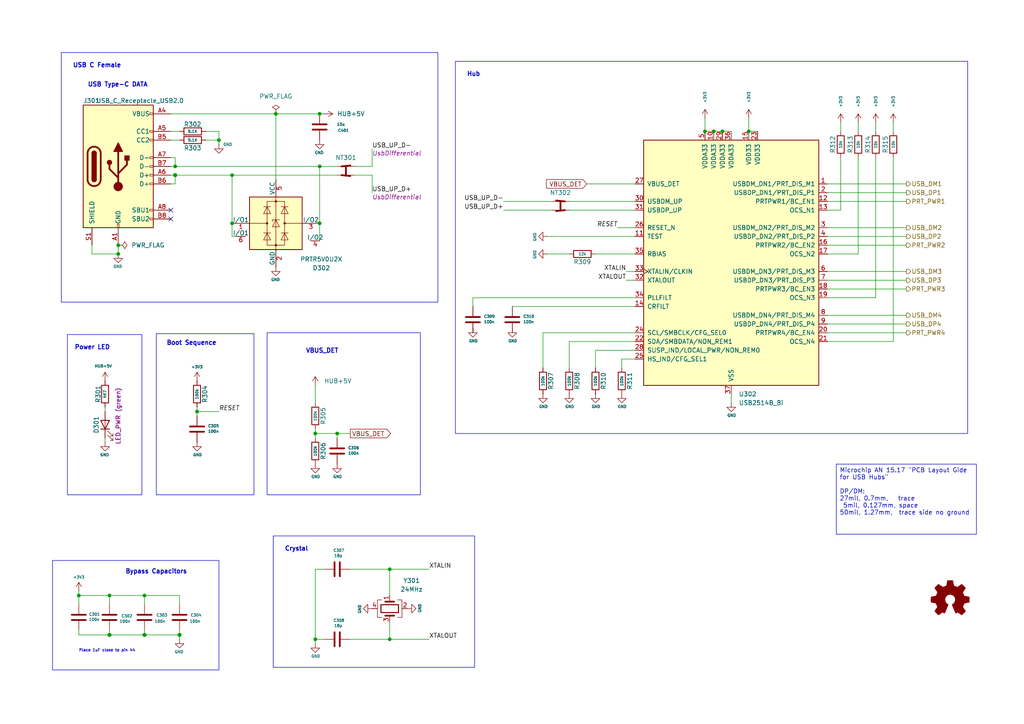
<source format=kicad_sch>
(kicad_sch (version 20250114) (generator "eeschema") (generator_version "9.0")
  (paper "A4")
  (title_block (title "Octoprobe tentacle") (date "2025-11-24") (rev "0.6") (company "Hans Märki, Märki Informatik") (comment 1 "The MIT License (MIT)"))
  (lib_symbols
    (symbol "00_project_library:C" (pin_numbers (hide yes)) (pin_names (offset 0.254))
      (property "Reference" "C" (at 0.635 2.54 0))
      (property "Value" "C" (at 0.635 -2.54 0))
      (symbol "C_1_1"
        (pin passive line (at 0 3.81 270) (length 2.794) (name "~") (number "1"))
        (pin passive line (at 0 -3.81 90) (length 2.794) (name "~") (number "2"))
      )
    )
    (symbol "00_project_library:HUB+5V" (power) (pin_numbers (hide yes)) (pin_names (offset 0) (hide yes))
      (property "Value" "HUB+5V" (at 0 3.556 0))
      (symbol "HUB+5V_1_1"
        (pin power_in line (at 0 0 90) (length 0) (name "~") (number "1"))
      )
    )
    (symbol "00_project_library:LED GREEN" (pin_numbers (hide yes)) (pin_names (offset 1.016) (hide yes))
      (property "Reference" "D" (at 0 2.54 0))
      (property "Value" "LED GREEN" (at 0 -2.54 0))
      (symbol "LED GREEN_1_1"
        (pin passive line (at -3.81 0 0) (length 2.54) (name "K") (number "1"))
        (pin passive line (at 3.81 0 180) (length 2.54) (name "A") (number "2"))
      )
    )
    (symbol "00_project_library:PRTR5V0U2X" (pin_names (offset 0))
      (property "Reference" "D" (at 2.794 8.636 0))
      (property "Value" "PRTR5V0U2X" (at 8.128 -9.398 0))
      (property "JLC" "C2937001" (at 0 0 0))
      (symbol "PRTR5V0U2X_1_0"
        (pin passive line (at -11.43 -3.81 0) (length 2.54) (name "I/O1") (number "6"))
        (pin passive line (at 12.7 -5.08 180) (length 2.54) (name "I/O2") (number "4"))
      )
      (symbol "PRTR5V0U2X_1_1"
        (pin passive line (at -12.7 0 0) (length 5.08) (name "I/O1") (number "1"))
        (pin passive line (at 0 12.7 270) (length 5.08) (name "VCC") (number "5"))
        (pin passive line (at 0 -12.7 90) (length 5.08) (name "GND") (number "2"))
        (pin passive line (at 12.7 0 180) (length 5.08) (name "I/O2") (number "3"))
      )
    )
    (symbol "00_project_library:USB_C_Receptacle_USB2.0" (pin_names (offset 1.016))
      (property "Reference" "J" (at -10.16 19.05 0))
      (property "Value" "USB_C_Receptacle_USB2.0" (at 19.05 19.05 0))
      (symbol "USB_C_Receptacle_USB2.0_1_1"
        (pin passive line (at -7.62 -22.86 90) (length 5.08) (name "SHIELD") (number "S1"))
        (pin passive line (at 0 -22.86 90) (length 5.08) (name "GND") (number "A1"))
        (pin passive line (at 0 -22.86 90) (length 5.08) (hide yes) (name "GND") (number "A12"))
        (pin passive line (at 0 -22.86 90) (length 5.08) (hide yes) (name "GND") (number "B1"))
        (pin passive line (at 0 -22.86 90) (length 5.08) (hide yes) (name "GND") (number "B12"))
        (pin passive line (at 15.24 15.24 180) (length 5.08) (name "VBUS") (number "A4"))
        (pin passive line (at 15.24 15.24 180) (length 5.08) (hide yes) (name "VBUS") (number "A9"))
        (pin passive line (at 15.24 15.24 180) (length 5.08) (hide yes) (name "VBUS") (number "B4"))
        (pin passive line (at 15.24 15.24 180) (length 5.08) (hide yes) (name "VBUS") (number "B9"))
        (pin bidirectional line (at 15.24 10.16 180) (length 5.08) (name "CC1") (number "A5"))
        (pin bidirectional line (at 15.24 7.62 180) (length 5.08) (name "CC2") (number "B5"))
        (pin bidirectional line (at 15.24 2.54 180) (length 5.08) (name "D-") (number "A7"))
        (pin bidirectional line (at 15.24 0 180) (length 5.08) (name "D-") (number "B7"))
        (pin bidirectional line (at 15.24 -2.54 180) (length 5.08) (name "D+") (number "A6"))
        (pin bidirectional line (at 15.24 -5.08 180) (length 5.08) (name "D+") (number "B6"))
        (pin bidirectional line (at 15.24 -12.7 180) (length 5.08) (name "SBU1") (number "A8"))
        (pin bidirectional line (at 15.24 -15.24 180) (length 5.08) (name "SBU2") (number "B8"))
      )
    )
    (symbol "00_project_library:octoprobe_NetTie_USB_Differential" (pin_numbers (hide yes)) (pin_names (offset 0) (hide yes)) (in_bom no)
      (property "Reference" "NT" (at 0 1.27 0))
      (symbol "octoprobe_NetTie_USB_Differential_1_1"
        (pin passive line (at -2.54 0 0) (length 2.54) (name "1") (number "1"))
        (pin passive line (at -2.54 -2.54 0) (length 2.54) (name "3") (number "3"))
        (pin passive line (at 2.54 0 180) (length 2.54) (name "2") (number "2"))
        (pin passive line (at 2.54 -2.54 180) (length 2.54) (name "4") (number "4"))
      )
    )
    (symbol "Device:Crystal_GND24" (pin_names (offset 1.016) (hide yes))
      (property "Reference" "Y" (at 3.175 5.08 0))
      (property "Value" "Crystal_GND24" (at 3.175 3.175 0))
      (symbol "Crystal_GND24_1_1"
        (pin passive line (at -3.81 0 0) (length 1.27) (name "1") (number "1"))
        (pin passive line (at 0 5.08 270) (length 1.27) (name "2") (number "2"))
        (pin passive line (at 0 -5.08 90) (length 1.27) (name "4") (number "4"))
        (pin passive line (at 3.81 0 180) (length 1.27) (name "3") (number "3"))
      )
    )
    (symbol "Device:R" (pin_numbers (hide yes)) (pin_names (offset 0))
      (property "Reference" "R" (at 2.032 0 90))
      (property "Value" "R" (at 0 0 90))
      (symbol "R_1_1"
        (pin passive line (at 0 3.81 270) (length 1.27) (name "~") (number "1"))
        (pin passive line (at 0 -3.81 90) (length 1.27) (name "~") (number "2"))
      )
    )
    (symbol "Graphic:Logo_Open_Hardware_Small" (in_bom no) (on_board no))
    (symbol "Interface_USB:USB2514B_Bi" (pin_names (offset 1.016))
      (property "Reference" "U" (at -17.78 40.64 0))
      (property "Value" "USB2514B_Bi" (at -20.32 38.1 0))
      (symbol "USB2514B_Bi_1_1"
        (pin input line (at -27.94 22.86 0) (length 2.54) (name "VBUS_DET") (number "27"))
        (pin bidirectional line (at -27.94 17.78 0) (length 2.54) (name "USBDM_UP") (number "30"))
        (pin bidirectional line (at -27.94 15.24 0) (length 2.54) (name "USBDP_UP") (number "31"))
        (pin input line (at -27.94 10.16 0) (length 2.54) (name "RESET_N") (number "26"))
        (pin input line (at -27.94 7.62 0) (length 2.54) (name "TEST") (number "11"))
        (pin input line (at -27.94 2.54 0) (length 2.54) (name "RBIAS") (number "35"))
        (pin input clock (at -27.94 -2.54 0) (length 2.54) (name "XTALIN/CLKIN") (number "33"))
        (pin output line (at -27.94 -5.08 0) (length 2.54) (name "XTALOUT") (number "32"))
        (pin input line (at -27.94 -10.16 0) (length 2.54) (name "PLLFILT") (number "34"))
        (pin input line (at -27.94 -12.7 0) (length 2.54) (name "CRFILT") (number "14"))
        (pin bidirectional line (at -27.94 -20.32 0) (length 2.54) (name "SCL/SMBCLK/CFG_SEL0") (number "24"))
        (pin bidirectional line (at -27.94 -22.86 0) (length 2.54) (name "SDA/SMBDATA/NON_REM1") (number "22"))
        (pin bidirectional line (at -27.94 -25.4 0) (length 2.54) (name "SUSP_IND/LOCAL_PWR/NON_REM0") (number "28"))
        (pin bidirectional line (at -27.94 -27.94 0) (length 2.54) (name "HS_IND/CFG_SEL1") (number "25"))
        (pin power_in line (at -7.62 38.1 270) (length 2.54) (name "VDDA33") (number "5"))
        (pin power_in line (at -5.08 38.1 270) (length 2.54) (name "VDDA33") (number "10"))
        (pin power_in line (at -2.54 38.1 270) (length 2.54) (name "VDDA33") (number "29"))
        (pin power_in line (at 0 38.1 270) (length 2.54) (name "VDDA33") (number "36"))
        (pin power_in line (at 0 -38.1 90) (length 2.54) (name "VSS") (number "37"))
        (pin power_in line (at 5.08 38.1 270) (length 2.54) (name "VDD33") (number "15"))
        (pin power_in line (at 7.62 38.1 270) (length 2.54) (name "VDD33") (number "23"))
        (pin bidirectional line (at 27.94 22.86 180) (length 2.54) (name "USBDM_DN1/PRT_DIS_M1") (number "1"))
        (pin bidirectional line (at 27.94 20.32 180) (length 2.54) (name "USBDP_DN1/PRT_DIS_P1") (number "2"))
        (pin bidirectional line (at 27.94 17.78 180) (length 2.54) (name "PRTPWR1/BC_EN1") (number "12"))
        (pin input line (at 27.94 15.24 180) (length 2.54) (name "OCS_N1") (number "13"))
        (pin bidirectional line (at 27.94 10.16 180) (length 2.54) (name "USBDM_DN2/PRT_DIS_M2") (number "3"))
        (pin bidirectional line (at 27.94 7.62 180) (length 2.54) (name "USBDP_DN2/PRT_DIS_P2") (number "4"))
        (pin bidirectional line (at 27.94 5.08 180) (length 2.54) (name "PRTPWR2/BC_EN2") (number "16"))
        (pin input line (at 27.94 2.54 180) (length 2.54) (name "OCS_N2") (number "17"))
        (pin bidirectional line (at 27.94 -2.54 180) (length 2.54) (name "USBDM_DN3/PRT_DIS_M3") (number "6"))
        (pin bidirectional line (at 27.94 -5.08 180) (length 2.54) (name "USBDP_DN3/PRT_DIS_P3") (number "7"))
        (pin bidirectional line (at 27.94 -7.62 180) (length 2.54) (name "PRTPWR3/BC_EN3") (number "18"))
        (pin input line (at 27.94 -10.16 180) (length 2.54) (name "OCS_N3") (number "19"))
        (pin bidirectional line (at 27.94 -15.24 180) (length 2.54) (name "USBDM_DN4/PRT_DIS_M4") (number "8"))
        (pin bidirectional line (at 27.94 -17.78 180) (length 2.54) (name "USBDP_DN4/PRT_DIS_P4") (number "9"))
        (pin bidirectional line (at 27.94 -20.32 180) (length 2.54) (name "PRTPWR4/BC_EN4") (number "20"))
        (pin input line (at 27.94 -22.86 180) (length 2.54) (name "OCS_N4") (number "21"))
      )
    )
    (symbol "power:+3V3" (power) (pin_numbers (hide yes)) (pin_names (offset 0) (hide yes))
      (property "Value" "+3V3" (at 0 3.556 0))
      (symbol "+3V3_1_1"
        (pin power_in line (at 0 0 90) (length 0) (name "~") (number "1"))
      )
    )
    (symbol "power:GND" (power) (pin_numbers (hide yes)) (pin_names (offset 0) (hide yes))
      (property "Value" "GND" (at 0 -3.81 0))
      (symbol "GND_1_1"
        (pin power_in line (at 0 0 270) (length 0) (name "~") (number "1"))
      )
    )
    (symbol "power:PWR_FLAG" (power) (pin_numbers (hide yes)) (pin_names (offset 0) (hide yes))
      (property "Value" "PWR_FLAG" (at 0 3.81 0))
      (symbol "PWR_FLAG_0_0"
        (pin power_out line (at 0 0 90) (length 0) (name "~") (number "1"))
      )
    )
  )
  (rectangle (start 17.78 15.24) (end 127 87.63))
  (rectangle (start 15.24 162.56) (end 63.5 194.31))
  (rectangle (start 79.248 155.448) (end 137.668 193.548))
  (rectangle (start 45.339 96.774) (end 73.66 143.51))
  (rectangle (start 19.558 97.028) (end 41.148 143.51))
  (rectangle (start 77.47 96.52) (end 121.92 143.51))
  (rectangle (start 132.08 17.78) (end 280.67 125.73))
  (text "Crystal" (at 82.55 160.02 0) (effects (font (size 1.27 1.27) (thickness 0.254) (bold yes)) (justify left bottom)))
  (text "USB Type-C DATA" (at 25.4 25.4 0) (effects (font (size 1.27 1.27) (thickness 0.254) (bold yes)) (justify left bottom)))
  (text "Place 1uF close to pin 44" (at 22.86 189.23 0) (effects (font (size 0.8 0.8)) (justify left bottom)))
  (text "Power LED" (at 21.59 101.6 0) (effects (font (size 1.27 1.27) (thickness 0.254) (bold yes)) (justify left bottom)))
  (text "Hub" (at 135.382 22.352 0) (effects (font (size 1.27 1.27) (thickness 0.254) (bold yes)) (justify left bottom)))
  (text "Bypass Capacitors" (at 36.322 166.624 0) (effects (font (size 1.27 1.27) (thickness 0.254) (bold yes)) (justify left bottom)))
  (text "USB C Female" (at 21.082 19.812 0) (effects (font (size 1.27 1.27) (thickness 0.254) (bold yes)) (justify left bottom)))
  (text "VBUS_DET" (at 88.646 102.616 0) (effects (font (size 1.27 1.27) (thickness 0.254) (bold yes)) (justify left bottom)))
  (text "Boot Sequence" (at 48.26 100.33 0) (effects (font (size 1.27 1.27) (thickness 0.254) (bold yes)) (justify left bottom)))
  (text_box "Microchip AN 15.17 \"PCB Layout Gide for USB Hubs\"\n\nDP/DM:\n27mil, 0.7mm,   trace\n 5mil, 0.127mm, space\n50mil, 1.27mm,  trace side no ground" (at 242.57 134.62 0) (size 40.64 20.32) (margins 0.9525 0.9525 0.9525 0.9525) (effects (font (size 1.27 1.27)) (justify left top)))
  (junction (at 92.71 33.02))
  (junction (at 91.44 185.42))
  (junction (at 80.01 33.02))
  (junction (at 50.8 50.8) (diameter 1.016))
  (junction (at 31.75 172.72))
  (junction (at 50.8 48.26))
  (junction (at 63.5 40.64))
  (junction (at 97.79 125.73))
  (junction (at 52.07 184.15) (diameter 1.016))
  (junction (at 57.15 119.38))
  (junction (at 34.29 73.66))
  (junction (at 92.71 48.26))
  (junction (at 92.71 64.77))
  (junction (at 113.03 185.42))
  (junction (at 67.31 50.8))
  (junction (at 207.01 38.1))
  (junction (at 41.91 172.72))
  (junction (at 34.29 71.12))
  (junction (at 204.47 38.1))
  (junction (at 91.44 125.73))
  (junction (at 67.31 64.77))
  (junction (at 113.03 165.1))
  (junction (at 217.17 38.1))
  (junction (at 209.55 38.1))
  (junction (at 22.86 172.72))
  (junction (at 41.91 184.15) (diameter 1.016))
  (junction (at 31.75 184.15) (diameter 1.016))
  (no_connect (at 49.53 63.5))
  (no_connect (at 49.53 60.96))
  (wire (pts (xy 240.03 96.52) (xy 262.89 96.52)))
  (wire (pts (xy 107.95 43.18) (xy 107.95 48.26)))
  (wire (pts (xy 30.48 127) (xy 30.48 128.27)))
  (wire (pts (xy 92.71 48.26) (xy 92.71 64.77)))
  (wire (pts (xy 49.53 50.8) (xy 50.8 50.8)))
  (wire (pts (xy 240.03 53.34) (xy 262.89 53.34)))
  (wire (pts (xy 22.86 172.72) (xy 31.75 172.72)))
  (wire (pts (xy 180.34 104.14) (xy 184.15 104.14)))
  (wire (pts (xy 212.09 116.84) (xy 212.09 114.3)))
  (wire (pts (xy 22.86 182.88) (xy 22.86 184.15)))
  (wire (pts (xy 50.8 50.8) (xy 67.31 50.8)))
  (wire (pts (xy 180.34 106.68) (xy 180.34 104.14)))
  (wire (pts (xy 91.44 185.42) (xy 93.98 185.42)))
  (wire (pts (xy 207.01 38.1) (xy 209.55 38.1)))
  (wire (pts (xy 165.1 58.42) (xy 184.15 58.42)))
  (wire (pts (xy 49.53 38.1) (xy 52.07 38.1)))
  (wire (pts (xy 240.03 78.74) (xy 262.89 78.74)))
  (wire (pts (xy 181.61 78.74) (xy 184.15 78.74)))
  (wire (pts (xy 165.1 99.06) (xy 184.15 99.06)))
  (wire (pts (xy 91.44 124.46) (xy 91.44 125.73)))
  (wire (pts (xy 240.03 99.06) (xy 259.08 99.06)))
  (wire (pts (xy 67.31 68.58) (xy 67.31 64.77)))
  (wire (pts (xy 91.44 125.73) (xy 91.44 127)))
  (wire (pts (xy 240.03 71.12) (xy 262.89 71.12)))
  (wire (pts (xy 31.75 182.88) (xy 31.75 184.15)))
  (wire (pts (xy 26.67 73.66) (xy 34.29 73.66)))
  (wire (pts (xy 49.53 45.72) (xy 50.8 45.72)))
  (wire (pts (xy 243.84 60.96) (xy 243.84 45.72)))
  (wire (pts (xy 92.71 64.77) (xy 92.71 69.85)))
  (wire (pts (xy 91.44 111.76) (xy 91.44 116.84)))
  (wire (pts (xy 157.48 96.52) (xy 184.15 96.52)))
  (wire (pts (xy 52.07 172.72) (xy 52.07 175.26)))
  (wire (pts (xy 91.44 125.73) (xy 97.79 125.73)))
  (wire (pts (xy 49.53 33.02) (xy 80.01 33.02)))
  (wire (pts (xy 67.31 50.8) (xy 67.31 64.77)))
  (wire (pts (xy 59.69 40.64) (xy 63.5 40.64)))
  (wire (pts (xy 204.47 34.29) (xy 204.47 38.1)))
  (wire (pts (xy 240.03 60.96) (xy 243.84 60.96)))
  (wire (pts (xy 259.08 99.06) (xy 259.08 45.72)))
  (wire (pts (xy 26.67 71.12) (xy 26.67 73.66)))
  (wire (pts (xy 63.5 38.1) (xy 63.5 40.64)))
  (wire (pts (xy 57.15 119.38) (xy 57.15 120.65)))
  (wire (pts (xy 34.29 71.12) (xy 34.29 73.66)))
  (wire (pts (xy 148.59 88.9) (xy 184.15 88.9)))
  (wire (pts (xy 80.01 33.02) (xy 92.71 33.02)))
  (wire (pts (xy 30.48 118.11) (xy 30.48 119.38)))
  (wire (pts (xy 49.53 53.34) (xy 50.8 53.34)))
  (wire (pts (xy 217.17 34.29) (xy 217.17 38.1)))
  (wire (pts (xy 240.03 86.36) (xy 254 86.36)))
  (wire (pts (xy 113.03 185.42) (xy 124.46 185.42)))
  (wire (pts (xy 107.95 50.8) (xy 102.87 50.8)))
  (wire (pts (xy 22.86 184.15) (xy 31.75 184.15)))
  (wire (pts (xy 165.1 106.68) (xy 165.1 99.06)))
  (wire (pts (xy 172.72 101.6) (xy 172.72 106.68)))
  (wire (pts (xy 240.03 66.04) (xy 262.89 66.04)))
  (wire (pts (xy 240.03 68.58) (xy 262.89 68.58)))
  (wire (pts (xy 80.01 33.02) (xy 80.01 52.07)))
  (wire (pts (xy 157.48 96.52) (xy 157.48 106.68)))
  (wire (pts (xy 240.03 83.82) (xy 262.89 83.82)))
  (wire (pts (xy 97.79 125.73) (xy 97.79 127)))
  (wire (pts (xy 41.91 172.72) (xy 52.07 172.72)))
  (wire (pts (xy 113.03 165.1) (xy 113.03 172.72)))
  (wire (pts (xy 240.03 55.88) (xy 262.89 55.88)))
  (wire (pts (xy 146.05 58.42) (xy 160.02 58.42)))
  (wire (pts (xy 137.16 86.36) (xy 184.15 86.36)))
  (wire (pts (xy 107.95 55.88) (xy 107.95 50.8)))
  (wire (pts (xy 49.53 48.26) (xy 50.8 48.26)))
  (wire (pts (xy 217.17 38.1) (xy 219.71 38.1)))
  (wire (pts (xy 209.55 38.1) (xy 212.09 38.1)))
  (wire (pts (xy 31.75 172.72) (xy 31.75 175.26)))
  (wire (pts (xy 59.69 38.1) (xy 63.5 38.1)))
  (wire (pts (xy 22.86 172.72) (xy 22.86 175.26)))
  (wire (pts (xy 254 35.56) (xy 254 38.1)))
  (wire (pts (xy 172.72 73.66) (xy 184.15 73.66)))
  (wire (pts (xy 137.16 86.36) (xy 137.16 88.9)))
  (wire (pts (xy 204.47 38.1) (xy 207.01 38.1)))
  (wire (pts (xy 113.03 165.1) (xy 124.46 165.1)))
  (wire (pts (xy 101.6 165.1) (xy 113.03 165.1)))
  (wire (pts (xy 31.75 184.15) (xy 41.91 184.15)))
  (wire (pts (xy 49.53 40.64) (xy 52.07 40.64)))
  (wire (pts (xy 63.5 40.64) (xy 63.5 41.91)))
  (wire (pts (xy 22.86 171.45) (xy 22.86 172.72)))
  (wire (pts (xy 52.07 184.15) (xy 52.07 185.42)))
  (wire (pts (xy 158.75 68.58) (xy 184.15 68.58)))
  (wire (pts (xy 57.15 118.11) (xy 57.15 119.38)))
  (wire (pts (xy 92.71 48.26) (xy 97.79 48.26)))
  (wire (pts (xy 113.03 180.34) (xy 113.03 185.42)))
  (wire (pts (xy 41.91 184.15) (xy 52.07 184.15)))
  (wire (pts (xy 91.44 165.1) (xy 93.98 165.1)))
  (wire (pts (xy 259.08 35.56) (xy 259.08 38.1)))
  (wire (pts (xy 179.07 66.04) (xy 184.15 66.04)))
  (wire (pts (xy 254 86.36) (xy 254 45.72)))
  (wire (pts (xy 67.31 50.8) (xy 97.79 50.8)))
  (wire (pts (xy 67.31 68.58) (xy 68.58 68.58)))
  (wire (pts (xy 137.16 95.25) (xy 137.16 96.52)))
  (wire (pts (xy 148.59 95.25) (xy 148.59 96.52)))
  (wire (pts (xy 91.44 186.69) (xy 91.44 185.42)))
  (wire (pts (xy 57.15 119.38) (xy 63.5 119.38)))
  (wire (pts (xy 52.07 182.88) (xy 52.07 184.15)))
  (wire (pts (xy 262.89 58.42) (xy 240.03 58.42)))
  (wire (pts (xy 243.84 35.56) (xy 243.84 38.1)))
  (wire (pts (xy 50.8 53.34) (xy 50.8 50.8)))
  (wire (pts (xy 248.92 73.66) (xy 248.92 45.72)))
  (wire (pts (xy 181.61 81.28) (xy 184.15 81.28)))
  (wire (pts (xy 240.03 73.66) (xy 248.92 73.66)))
  (wire (pts (xy 248.92 35.56) (xy 248.92 38.1)))
  (wire (pts (xy 107.95 48.26) (xy 102.87 48.26)))
  (wire (pts (xy 146.05 60.96) (xy 160.02 60.96)))
  (wire (pts (xy 41.91 182.88) (xy 41.91 184.15)))
  (wire (pts (xy 170.18 53.34) (xy 184.15 53.34)))
  (wire (pts (xy 240.03 91.44) (xy 262.89 91.44)))
  (wire (pts (xy 31.75 172.72) (xy 41.91 172.72)))
  (wire (pts (xy 41.91 172.72) (xy 41.91 175.26)))
  (wire (pts (xy 91.44 165.1) (xy 91.44 185.42)))
  (wire (pts (xy 240.03 81.28) (xy 262.89 81.28)))
  (wire (pts (xy 165.1 60.96) (xy 184.15 60.96)))
  (wire (pts (xy 50.8 48.26) (xy 92.71 48.26)))
  (wire (pts (xy 158.75 73.66) (xy 165.1 73.66)))
  (wire (pts (xy 50.8 45.72) (xy 50.8 48.26)))
  (wire (pts (xy 101.6 185.42) (xy 113.03 185.42)))
  (wire (pts (xy 240.03 93.98) (xy 262.89 93.98)))
  (wire (pts (xy 92.71 33.02) (xy 93.98 33.02)))
  (wire (pts (xy 172.72 101.6) (xy 184.15 101.6)))
  (wire (pts (xy 101.6 125.73) (xy 97.79 125.73)))
  (label "USB_UP_D+" (at 146.05 60.96 180))
  (label "USB_UP_D+" (at 107.95 55.88 0) (property "Netclass" "UsbDifferential" (at 107.95 57.15 0) (effects (font (italic yes)) (justify left))))
  (label "XTALOUT" (at 181.61 81.28 180))
  (label "RESET" (at 179.07 66.04 180) (effects (font (italic yes))))
  (label "XTALIN" (at 181.61 78.74 180))
  (label "USB_UP_D-" (at 107.95 43.18 0) (property "Netclass" "UsbDifferential" (at 107.95 44.45 0) (effects (font (italic yes)) (justify left))))
  (label "XTALOUT" (at 124.46 185.42 0))
  (label "RESET" (at 63.5 119.38 0) (effects (font (italic yes))))
  (label "XTALIN" (at 124.46 165.1 0))
  (label "USB_UP_D-" (at 146.05 58.42 180))
  (global_label "VBUS_DET" (shape output) (at 101.6 125.73 0) (property "Intersheetrefs" "${INTERSHEET_REFS}" (effects (hide yes))))
  (global_label "VBUS_DET" (shape input) (at 170.18 53.34 180) (property "Intersheetrefs" "${INTERSHEET_REFS}" (effects (hide yes))))
  (hierarchical_label "USB_DM1" (shape output) (at 262.89 53.34 0))
  (hierarchical_label "USB_DP3" (shape output) (at 262.89 81.28 0))
  (hierarchical_label "PRT_PWR2" (shape output) (at 262.89 71.12 0))
  (hierarchical_label "USB_DP1" (shape output) (at 262.89 55.88 0))
  (hierarchical_label "USB_DM2" (shape output) (at 262.89 66.04 0))
  (hierarchical_label "PRT_PWR1" (shape output) (at 262.89 58.42 0))
  (hierarchical_label "USB_DP2" (shape output) (at 262.89 68.58 0))
  (hierarchical_label "USB_DM3" (shape output) (at 262.89 78.74 0))
  (hierarchical_label "USB_DP4" (shape output) (at 262.89 93.98 0))
  (hierarchical_label "PRT_PWR4" (shape output) (at 262.89 96.52 0))
  (hierarchical_label "PRT_PWR3" (shape output) (at 262.89 83.82 0))
  (hierarchical_label "USB_DM4" (shape output) (at 262.89 91.44 0))
  (symbol (lib_id "power:GND") (at 180.34 114.3 0) (unit 1)
    (property "Reference" "#PWR0324" (effects (hide yes)))
    (property "Value" "GND" (at 180.467 117.9322 0) (effects (font (size 0.8 0.8))))
    (property "Description" "Power symbol creates a global label with name \"GND\" , ground" (effects (hide yes)))
  )
  (symbol (lib_id "Device:R") (at 254 41.91 0) (unit 1)
    (property "Reference" "R314" (at 251.714 41.91 90))
    (property "Value" "10k" (at 254 41.91 90) (effects (font (size 0.8 0.8))))
    (property "Footprint" "Resistor_SMD:R_0402_1005Metric" (effects (hide yes)))
    (instances (project "pcb_octohub" (path "" (reference "R314") (unit 1))) (project "pcb_octohub" (path "" (reference "R1109") (unit 1))))
  )
  (symbol (lib_id "power:+3V3") (at 22.86 171.45 0) (unit 1)
    (property "Reference" "#PWR0301" (effects (hide yes)))
    (property "Value" "+3V3" (at 22.86 167.386 0) (effects (font (size 0.8 0.8))))
    (property "Description" "Power symbol creates a global label with name \"+3V3\"" (effects (hide yes)))
  )
  (symbol (lib_id "power:GND") (at 118.11 176.53 90) (unit 1)
    (property "Reference" "#PWR0316" (effects (hide yes)))
    (property "Value" "GND" (at 121.7422 176.403 0) (effects (font (size 0.8 0.8))))
    (property "Description" "Power symbol creates a global label with name \"GND\" , ground" (effects (hide yes)))
    (instances (project "pcb_octohub" (path "" (reference "#PWR0316") (unit 1))) (project "pcb_octohub" (path "" (reference "#PWR01106") (unit 1))))
  )
  (symbol (lib_id "00_project_library:HUB+5V") (at 93.98 33.02 270) (unit 1)
    (property "Reference" "#PWR0313" (effects (hide yes)))
    (property "Value" "HUB+5V" (at 97.79 33.0199 90) (effects (justify left)))
    (property "Description" "Power symbol creates a global label with name \"+5V\"" (effects (hide yes)))
  )
  (symbol (lib_id "power:GND") (at 52.07 185.42 0) (unit 1)
    (property "Reference" "#PWR0305" (effects (hide yes)))
    (property "Value" "GND" (at 51.943 189.0522 0) (effects (font (size 0.8 0.8))))
    (property "Description" "Power symbol creates a global label with name \"GND\" , ground" (effects (hide yes)))
    (instances (project "pcb_octohub" (path "" (reference "#PWR0305") (unit 1))) (project "pcb_octohub" (path "" (reference "#PWR01104") (unit 1))))
  )
  (symbol (lib_id "power:GND") (at 63.5 41.91 0) (unit 1)
    (property "Reference" "#PWR0308" (effects (hide yes)))
    (property "Value" "GND" (at 66.04 41.91 0) (effects (font (size 0.8 0.8))))
    (property "Description" "Power symbol creates a global label with name \"GND\" , ground" (effects (hide yes)))
  )
  (symbol (lib_id "00_project_library:C") (at 22.86 179.07 0) (unit 1)
    (property "Reference" "C301" (at 25.781 178.1556 0) (effects (font (size 0.8 0.8)) (justify left)))
    (property "Value" "100n" (at 25.781 179.705 0) (effects (font (size 0.8 0.8)) (justify left)))
    (property "Footprint" "Capacitor_SMD:C_0402_1005Metric" (effects (hide yes)))
    (property "JLC" "C1525" (effects (hide yes)))
    (instances (project "pcb_octohub" (path "" (reference "C301") (unit 1))) (project "pcb_octohub" (path "" (reference "C1101") (unit 1))))
  )
  (symbol (lib_id "power:+3V3") (at 57.15 110.49 0) (unit 1)
    (property "Reference" "#PWR0306" (effects (hide yes)))
    (property "Value" "+3V3" (at 57.15 106.426 0) (effects (font (size 0.8 0.8))))
    (property "Description" "Power symbol creates a global label with name \"+3V3\"" (effects (hide yes)))
    (instances (project "pcb_octohub" (path "" (reference "#PWR0306") (unit 1))) (project "pcb_octohub" (path "" (reference "#PWR01102") (unit 1))))
  )
  (symbol (lib_id "Device:Crystal_GND24") (at 113.03 176.53 270) (unit 1)
    (property "Reference" "Y301" (at 119.38 168.402 90))
    (property "Value" "24MHz" (at 119.38 170.942 90))
    (property "Footprint" "Crystal:Crystal_SMD_3225-4Pin_3.2x2.5mm" (effects (hide yes)))
    (property "Datasheet" "https://wmsc.lcsc.com/wmsc/upload/file/pdf/v2/lcsc/2403291504_YXC-X322524MOB4SI_C70590.pdf" (effects (hide yes)))
    (property "Description" "Four pin crystal, GND on pins 2 and 4" (effects (hide yes)))
    (property "JLC" "C70590" (effects (hide yes)))
    (instances (project "pcb_octohub" (path "" (reference "Y301") (unit 1))) (project "pcb_octohub" (path "" (reference "Y1101") (unit 1))))
  )
  (symbol (lib_id "Interface_USB:USB2514B_Bi") (at 212.09 76.2 0) (unit 1)
    (property "Reference" "U302" (at 214.2841 114.3 0) (effects (justify left)))
    (property "Value" "USB2514B_Bi" (at 214.2841 116.84 0) (effects (justify left)))
    (property "Footprint" "Package_DFN_QFN:Texas_RHH0036C_VQFN-36-1EP_6x6mm_P0.5mm_EP4.4x4.4mm_ThermalVias" (effects (hide yes)))
    (property "Datasheet" "http://ww1.microchip.com/downloads/en/DeviceDoc/00001692C.pdf" (effects (hide yes)))
    (property "Description" "USB 2.0 Hi-Speed Hub Controller" (effects (hide yes)))
    (property "JLC" "C16251" (effects (hide yes)))
    (instances (project "pcb_octohub" (path "" (reference "U302") (unit 1))) (project "pcb_octohub" (path "" (reference "U1101") (unit 1))))
  )
  (symbol (lib_id "Device:R") (at 91.44 130.81 180) (unit 1)
    (property "Reference" "R306" (at 93.726 130.81 90))
    (property "Value" "100k" (at 91.44 130.81 90) (effects (font (size 0.8 0.8))))
    (property "Footprint" "Resistor_SMD:R_0402_1005Metric" (effects (hide yes)))
  )
  (symbol (lib_id "00_project_library:C") (at 41.91 179.07 0) (unit 1)
    (property "Reference" "C303" (at 45.339 178.4096 0) (effects (font (size 0.8 0.8)) (justify left)))
    (property "Value" "100n" (at 44.831 180.213 0) (effects (font (size 0.8 0.8)) (justify left)))
    (property "Footprint" "Capacitor_SMD:C_0402_1005Metric" (effects (hide yes)))
    (property "JLC" "C1525" (effects (hide yes)))
    (instances (project "pcb_octohub" (path "" (reference "C303") (unit 1))) (project "pcb_octohub" (path "" (reference "C1104") (unit 1))))
  )
  (symbol (lib_id "power:GND") (at 157.48 114.3 0) (unit 1)
    (property "Reference" "#PWR0319" (effects (hide yes)))
    (property "Value" "GND" (at 157.607 117.9322 0) (effects (font (size 0.8 0.8))))
    (property "Description" "Power symbol creates a global label with name \"GND\" , ground" (effects (hide yes)))
    (instances (project "pcb_octohub" (path "" (reference "#PWR0319") (unit 1))) (project "pcb_octohub" (path "" (reference "#PWR01111") (unit 1))))
  )
  (symbol (lib_id "power:GND") (at 57.15 128.27 0) (unit 1)
    (property "Reference" "#PWR0307" (effects (hide yes)))
    (property "Value" "GND" (at 57.277 131.9022 0) (effects (font (size 0.8 0.8))))
    (property "Description" "Power symbol creates a global label with name \"GND\" , ground" (effects (hide yes)))
    (instances (project "pcb_octohub" (path "" (reference "#PWR0307") (unit 1))) (project "pcb_octohub" (path "" (reference "#PWR01103") (unit 1))))
  )
  (symbol (lib_id "Device:R") (at 30.48 114.3 180) (unit 1)
    (property "Reference" "R301" (at 28.448 114.3 90))
    (property "Value" "4K7" (at 30.3784 114.3 90) (effects (font (size 0.8 0.8))))
    (property "Footprint" "Resistor_SMD:R_0805_2012Metric" (effects (hide yes)))
  )
  (symbol (lib_id "00_project_library:HUB+5V") (at 91.44 111.76 0) (unit 1)
    (property "Reference" "#PWR0310" (effects (hide yes)))
    (property "Value" "HUB+5V" (at 93.98 110.4899 0) (effects (justify left)))
    (property "Description" "Power symbol creates a global label with name \"+5V\"" (effects (hide yes)))
  )
  (symbol (lib_id "00_project_library:octoprobe_NetTie_USB_Differential") (at 100.33 48.26 0) (unit 1) (in_bom no)
    (property "Reference" "NT301" (at 100.33 45.72 0))
    (property "Value" "octoprobe_NetTie_USB_Differential" (effects (hide yes)))
    (property "Footprint" "00_project_library:octoprobe_NetTie_USB_Differential" (effects (hide yes)))
    (property "Description" "Net tie, 4 pins" (effects (hide yes)))
  )
  (symbol (lib_id "power:GND") (at 97.79 134.62 0) (unit 1)
    (property "Reference" "#PWR0314" (effects (hide yes)))
    (property "Value" "GND" (at 97.917 138.2522 0) (effects (font (size 0.8 0.8))))
    (property "Description" "Power symbol creates a global label with name \"GND\" , ground" (effects (hide yes)))
  )
  (symbol (lib_id "00_project_library:octoprobe_NetTie_USB_Differential") (at 162.56 60.96 180) (unit 1) (in_bom no)
    (property "Reference" "NT302" (at 162.56 55.88 0))
    (property "Value" "octoprobe_NetTie_USB_Differential" (effects (hide yes)))
    (property "Footprint" "00_project_library:octoprobe_NetTie_USB_Differential" (effects (hide yes)))
    (property "Description" "Net tie, 4 pins" (effects (hide yes)))
  )
  (symbol (lib_id "00_project_library:USB_C_Receptacle_USB2.0") (at 34.29 48.26 0) (unit 1)
    (property "Reference" "J301" (at 24.13 29.21 0) (effects (justify left)))
    (property "Value" "USB_C_Receptacle_USB2.0" (at 53.34 29.21 0) (effects (justify right)))
    (property "Footprint" "00_project_library:USB_C_Receptacle_Palconn_UTC16-G" (effects (hide yes)))
    (property "Datasheet" "https://www.usb.org/sites/default/files/documents/usb_type-c.zip" (effects (hide yes)))
    (property "Description" "USB 2.0-only Type-C Receptacle connector" (effects (hide yes)))
    (property "JLC" "C165948" (effects (hide yes)))
    (property "DigiKey" "https://www.digikey.com/en/products/detail/gct/USB4105-GF-A/11198441" (effects (hide yes)))
    (property "Digikey" "https://www.digikey.com/en/products/detail/gct/USB4105-GF-A/11198441" (effects (hide yes)))
  )
  (symbol (lib_id "power:GND") (at 92.71 40.64 0) (unit 1)
    (property "Reference" "#PWR0402" (effects (hide yes)))
    (property "Value" "GND" (at 92.583 44.2722 0) (effects (font (size 0.8 0.8))))
    (property "Description" "Power symbol creates a global label with name \"GND\" , ground" (effects (hide yes)))
  )
  (symbol (lib_id "power:+3V3") (at 243.84 35.56 0) (unit 1)
    (property "Reference" "#PWR0331" (effects (hide yes)))
    (property "Value" "+3V3" (at 243.84 29.464 90) (effects (font (size 0.8 0.8))))
    (property "Description" "Power symbol creates a global label with name \"+3V3\"" (effects (hide yes)))
    (instances (project "pcb_octohub" (path "" (reference "#PWR0331") (unit 1))) (project "pcb_octohub" (path "" (reference "#PWR01120") (unit 1))))
  )
  (symbol (lib_id "power:GND") (at 34.29 73.66 0) (unit 1)
    (property "Reference" "#PWR0304" (effects (hide yes)))
    (property "Value" "GND" (at 34.163 77.2922 0) (effects (font (size 0.8 0.8))))
    (property "Description" "Power symbol creates a global label with name \"GND\" , ground" (effects (hide yes)))
  )
  (symbol (lib_id "00_project_library:C") (at 57.15 124.46 0) (unit 1)
    (property "Reference" "C305" (at 60.325 123.5456 0) (effects (font (size 0.8 0.8)) (justify left)))
    (property "Value" "100n" (at 60.325 125.095 0) (effects (font (size 0.8 0.8)) (justify left)))
    (property "Footprint" "Capacitor_SMD:C_0402_1005Metric" (effects (hide yes)))
    (property "JLC" "C1525" (effects (hide yes)))
    (instances (project "pcb_octohub" (path "" (reference "C305") (unit 1))) (project "pcb_octohub" (path "" (reference "C1102") (unit 1))))
  )
  (symbol (lib_id "power:GND") (at 80.01 77.47 0) (unit 1)
    (property "Reference" "#PWR0309" (effects (hide yes)))
    (property "Value" "GND" (at 79.883 81.1022 0) (effects (font (size 0.8 0.8))))
    (property "Description" "Power symbol creates a global label with name \"GND\" , ground" (effects (hide yes)))
  )
  (symbol (lib_id "00_project_library:LED GREEN") (at 30.48 123.19 90) (unit 1)
    (property "Reference" "D301" (at 27.94 123.19 0))
    (property "Value" "green" (effects (hide yes)))
    (property "Footprint" "LED_SMD:LED_0805_2012Metric" (effects (hide yes)))
    (property "JLC" "C2297" (effects (hide yes)))
    (property "Label" "LED_PWR (green)" (at 34.29 120.65 0))
  )
  (symbol (lib_id "00_project_library:C") (at 97.79 130.81 0) (unit 1)
    (property "Reference" "C306" (at 100.965 129.8956 0) (effects (font (size 0.8 0.8)) (justify left)))
    (property "Value" "100n" (at 100.965 131.445 0) (effects (font (size 0.8 0.8)) (justify left)))
    (property "Footprint" "Capacitor_SMD:C_0402_1005Metric" (effects (hide yes)))
    (property "JLC" "C1525" (effects (hide yes)))
  )
  (symbol (lib_id "Device:R") (at 157.48 110.49 180) (unit 1)
    (property "Reference" "R307" (at 159.766 110.49 90))
    (property "Value" "100k" (at 157.48 110.49 90) (effects (font (size 0.8 0.8))))
    (property "Footprint" "Resistor_SMD:R_0402_1005Metric" (effects (hide yes)))
    (instances (project "pcb_octohub" (path "" (reference "R307") (unit 1))) (project "pcb_octohub" (path "" (reference "R1102") (unit 1))))
  )
  (symbol (lib_id "power:PWR_FLAG") (at 34.29 71.12 270) (unit 1)
    (property "Reference" "#FLG0301" (effects (hide yes)))
    (property "Value" "PWR_FLAG" (at 38.1 71.1199 90) (effects (justify left)))
    (property "Description" "Special symbol for telling ERC where power comes from" (effects (hide yes)))
  )
  (symbol (lib_id "power:GND") (at 158.75 68.58 270) (unit 1)
    (property "Reference" "#PWR0320" (effects (hide yes)))
    (property "Value" "GND" (at 155.1178 68.707 0) (effects (font (size 0.8 0.8))))
    (property "Description" "Power symbol creates a global label with name \"GND\" , ground" (effects (hide yes)))
    (instances (project "pcb_octohub" (path "" (reference "#PWR0320") (unit 1))) (project "pcb_octohub" (path "" (reference "#PWR01112") (unit 1))))
  )
  (symbol (lib_id "Device:R") (at 172.72 110.49 180) (unit 1)
    (property "Reference" "R310" (at 175.006 110.49 90))
    (property "Value" "100k" (at 172.72 110.49 90) (effects (font (size 0.8 0.8))))
    (property "Footprint" "Resistor_SMD:R_0402_1005Metric" (effects (hide yes)))
    (instances (project "pcb_octohub" (path "" (reference "R310") (unit 1))) (project "pcb_octohub" (path "" (reference "R1105") (unit 1))))
  )
  (symbol (lib_id "power:+3V3") (at 259.08 35.56 0) (unit 1)
    (property "Reference" "#PWR0334" (effects (hide yes)))
    (property "Value" "+3V3" (at 259.08 29.464 90) (effects (font (size 0.8 0.8))))
    (property "Description" "Power symbol creates a global label with name \"+3V3\"" (effects (hide yes)))
    (instances (project "pcb_octohub" (path "" (reference "#PWR0334") (unit 1))) (project "pcb_octohub" (path "" (reference "#PWR01123") (unit 1))))
  )
  (symbol (lib_id "00_project_library:HUB+5V") (at 30.48 110.49 0) (unit 1)
    (property "Reference" "#PWR0302" (effects (hide yes)))
    (property "Value" "HUB+5V" (at 29.972 106.172 0) (effects (font (size 0.8 0.8))))
    (property "Description" "Power symbol creates a global label with name \"+3V3\"" (effects (hide yes)))
  )
  (symbol (lib_id "power:GND") (at 212.09 116.84 0) (unit 1)
    (property "Reference" "#PWR0328" (effects (hide yes)))
    (property "Value" "GND" (at 212.217 120.4722 0) (effects (font (size 0.8 0.8))))
    (property "Description" "Power symbol creates a global label with name \"GND\" , ground" (effects (hide yes)))
    (instances (project "pcb_octohub" (path "" (reference "#PWR0328") (unit 1))) (project "pcb_octohub" (path "" (reference "#PWR01118") (unit 1))))
  )
  (symbol (lib_id "power:+3V3") (at 248.92 35.56 0) (unit 1)
    (property "Reference" "#PWR0332" (effects (hide yes)))
    (property "Value" "+3V3" (at 248.92 29.464 90) (effects (font (size 0.8 0.8))))
    (property "Description" "Power symbol creates a global label with name \"+3V3\"" (effects (hide yes)))
    (instances (project "pcb_octohub" (path "" (reference "#PWR0332") (unit 1))) (project "pcb_octohub" (path "" (reference "#PWR01121") (unit 1))))
  )
  (symbol (lib_id "00_project_library:C") (at 31.75 179.07 0) (unit 1)
    (property "Reference" "C302" (at 35.179 178.6636 0) (effects (font (size 0.8 0.8)) (justify left)))
    (property "Value" "100n" (at 34.671 180.213 0) (effects (font (size 0.8 0.8)) (justify left)))
    (property "Footprint" "Capacitor_SMD:C_0402_1005Metric" (effects (hide yes)))
    (property "JLC" "C1525" (effects (hide yes)))
    (instances (project "pcb_octohub" (path "" (reference "C302") (unit 1))) (project "pcb_octohub" (path "" (reference "C1103") (unit 1))))
  )
  (symbol (lib_id "power:GND") (at 148.59 95.25 0) (unit 1)
    (property "Reference" "#PWR0318" (effects (hide yes)))
    (property "Value" "GND" (at 148.717 98.8822 0) (effects (font (size 0.8 0.8))))
    (property "Description" "Power symbol creates a global label with name \"GND\" , ground" (effects (hide yes)))
    (instances (project "pcb_octohub" (path "" (reference "#PWR0318") (unit 1))) (project "pcb_octohub" (path "" (reference "#PWR01110") (unit 1))))
  )
  (symbol (lib_id "Device:R") (at 180.34 110.49 180) (unit 1)
    (property "Reference" "R311" (at 182.626 110.49 90))
    (property "Value" "100k" (at 180.34 110.49 90) (effects (font (size 0.8 0.8))))
    (property "Footprint" "Resistor_SMD:R_0402_1005Metric" (effects (hide yes)))
    (instances (project "pcb_octohub" (path "" (reference "R311") (unit 1))) (project "pcb_octohub" (path "" (reference "R1106") (unit 1))))
  )
  (symbol (lib_id "power:PWR_FLAG") (at 80.01 33.02 0) (unit 1)
    (property "Reference" "#FLG0302" (effects (hide yes)))
    (property "Value" "PWR_FLAG" (at 80.01 27.94 0))
    (property "Description" "Special symbol for telling ERC where power comes from" (effects (hide yes)))
  )
  (symbol (lib_id "power:+3V3") (at 254 35.56 0) (unit 1)
    (property "Reference" "#PWR0333" (effects (hide yes)))
    (property "Value" "+3V3" (at 254 29.464 90) (effects (font (size 0.8 0.8))))
    (property "Description" "Power symbol creates a global label with name \"+3V3\"" (effects (hide yes)))
    (instances (project "pcb_octohub" (path "" (reference "#PWR0333") (unit 1))) (project "pcb_octohub" (path "" (reference "#PWR01122") (unit 1))))
  )
  (symbol (lib_id "power:GND") (at 91.44 186.69 0) (unit 1)
    (property "Reference" "#PWR0312" (effects (hide yes)))
    (property "Value" "GND" (at 91.567 190.3222 0) (effects (font (size 0.8 0.8))))
    (property "Description" "Power symbol creates a global label with name \"GND\" , ground" (effects (hide yes)))
    (instances (project "pcb_octohub" (path "" (reference "#PWR0312") (unit 1))) (project "pcb_octohub" (path "" (reference "#PWR01108") (unit 1))))
  )
  (symbol (lib_id "Graphic:Logo_Open_Hardware_Small") (at 275.59 173.99 0) (unit 1) (exclude_from_sim yes) (in_bom no) (on_board no)
    (property "Reference" "#SYM301" (effects (hide yes)))
    (property "Value" "Logo_Open_Hardware_Small" (effects (hide yes)))
    (property "Description" "Open Hardware logo, small" (effects (hide yes)))
  )
  (symbol (lib_id "power:GND") (at 172.72 114.3 0) (unit 1)
    (property "Reference" "#PWR0323" (effects (hide yes)))
    (property "Value" "GND" (at 172.847 117.9322 0) (effects (font (size 0.8 0.8))))
    (property "Description" "Power symbol creates a global label with name \"GND\" , ground" (effects (hide yes)))
    (instances (project "pcb_octohub" (path "" (reference "#PWR0323") (unit 1))) (project "pcb_octohub" (path "" (reference "#PWR01115") (unit 1))))
  )
  (symbol (lib_id "Device:R") (at 243.84 41.91 0) (unit 1)
    (property "Reference" "R312" (at 241.554 41.91 90))
    (property "Value" "10k" (at 243.84 41.91 90) (effects (font (size 0.8 0.8))))
    (property "Footprint" "Resistor_SMD:R_0402_1005Metric" (effects (hide yes)))
    (instances (project "pcb_octohub" (path "" (reference "R312") (unit 1))) (project "pcb_octohub" (path "" (reference "R1107") (unit 1))))
  )
  (symbol (lib_id "Device:R") (at 165.1 110.49 180) (unit 1)
    (property "Reference" "R308" (at 167.386 110.49 90))
    (property "Value" "100k" (at 165.1 110.49 90) (effects (font (size 0.8 0.8))))
    (property "Footprint" "Resistor_SMD:R_0402_1005Metric" (effects (hide yes)))
    (instances (project "pcb_octohub" (path "" (reference "R308") (unit 1))) (project "pcb_octohub" (path "" (reference "R1103") (unit 1))))
  )
  (symbol (lib_id "Device:R") (at 259.08 41.91 0) (unit 1)
    (property "Reference" "R315" (at 256.794 41.91 90))
    (property "Value" "10k" (at 259.08 41.91 90) (effects (font (size 0.8 0.8))))
    (property "Footprint" "Resistor_SMD:R_0402_1005Metric" (effects (hide yes)))
    (instances (project "pcb_octohub" (path "" (reference "R315") (unit 1))) (project "pcb_octohub" (path "" (reference "R1110") (unit 1))))
  )
  (symbol (lib_id "Device:R") (at 55.88 38.1 90) (unit 1)
    (property "Reference" "R302" (at 55.88 36.068 90))
    (property "Value" "5.1K" (at 55.88 38.1 90) (effects (font (size 0.8 0.8))))
    (property "Footprint" "Resistor_SMD:R_0402_1005Metric" (effects (hide yes)))
  )
  (symbol (lib_id "00_project_library:C") (at 137.16 92.71 0) (unit 1)
    (property "Reference" "C309" (at 140.335 91.7956 0) (effects (font (size 0.8 0.8)) (justify left)))
    (property "Value" "100n" (at 140.335 93.345 0) (effects (font (size 0.8 0.8)) (justify left)))
    (property "Footprint" "Capacitor_SMD:C_0402_1005Metric" (effects (hide yes)))
    (property "JLC" "C1525" (effects (hide yes)))
    (instances (project "pcb_octohub" (path "" (reference "C309") (unit 1))) (project "pcb_octohub" (path "" (reference "C1108") (unit 1))))
  )
  (symbol (lib_id "power:GND") (at 107.95 176.53 270) (unit 1)
    (property "Reference" "#PWR0315" (effects (hide yes)))
    (property "Value" "GND" (at 104.3178 176.657 0) (effects (font (size 0.8 0.8))))
    (property "Description" "Power symbol creates a global label with name \"GND\" , ground" (effects (hide yes)))
    (instances (project "pcb_octohub" (path "" (reference "#PWR0315") (unit 1))) (project "pcb_octohub" (path "" (reference "#PWR01107") (unit 1))))
  )
  (symbol (lib_id "power:+3V3") (at 204.47 34.29 0) (unit 1)
    (property "Reference" "#PWR0326" (effects (hide yes)))
    (property "Value" "+3V3" (at 204.47 28.194 90) (effects (font (size 0.8 0.8))))
    (property "Description" "Power symbol creates a global label with name \"+3V3\"" (effects (hide yes)))
    (instances (project "pcb_octohub" (path "" (reference "#PWR0326") (unit 1))) (project "pcb_octohub" (path "" (reference "#PWR01117") (unit 1))))
  )
  (symbol (lib_id "00_project_library:PRTR5V0U2X") (at 80.01 64.77 0) (unit 1)
    (property "Reference" "D302" (at 93.218 77.724 0))
    (property "Value" "PRTR5V0U2X" (at 93.218 75.184 0))
    (property "Footprint" "Package_SON:Texas_USON-6_1x1.45mm_P0.5mm_SMD" (effects (hide yes)))
    (property "Datasheet" "https://wmsc.lcsc.com/wmsc/upload/file/pdf/v2/lcsc/2201121800_TECH-PUBLIC-PRTR5V0U2F_C2937001.pdf" (effects (hide yes)))
    (property "Description" "Ultra low capacitance double rail-to-rail ESD protection diode, SON-6(1x1.5)" (effects (hide yes)))
    (property "JLC" "C2937001" (effects (hide yes)))
  )
  (symbol (lib_id "00_project_library:C") (at 97.79 185.42 270) (unit 1)
    (property "Reference" "C308" (at 96.6724 179.959 90) (effects (font (size 0.8 0.8)) (justify left)))
    (property "Value" "18p" (at 96.901 181.483 90) (effects (font (size 0.8 0.8)) (justify left)))
    (property "Footprint" "Capacitor_SMD:C_0805_2012Metric" (effects (hide yes)))
    (property "Datasheet" "https://wmsc.lcsc.com/wmsc/upload/file/pdf/v2/lcsc/2304140030_FH--Guangdong-Fenghua-Advanced-Tech-0805CG180J500NT_C1797.pdf" (effects (hide yes)))
    (property "JLC" "C1797" (effects (hide yes)))
    (instances (project "pcb_octohub" (path "" (reference "C308") (unit 1))) (project "pcb_octohub" (path "" (reference "C1107") (unit 1))))
  )
  (symbol (lib_id "power:GND") (at 91.44 134.62 0) (unit 1)
    (property "Reference" "#PWR0311" (effects (hide yes)))
    (property "Value" "GND" (at 91.567 138.2522 0) (effects (font (size 0.8 0.8))))
    (property "Description" "Power symbol creates a global label with name \"GND\" , ground" (effects (hide yes)))
  )
  (symbol (lib_id "power:GND") (at 137.16 95.25 0) (unit 1)
    (property "Reference" "#PWR0317" (effects (hide yes)))
    (property "Value" "GND" (at 137.287 98.8822 0) (effects (font (size 0.8 0.8))))
    (property "Description" "Power symbol creates a global label with name \"GND\" , ground" (effects (hide yes)))
    (instances (project "pcb_octohub" (path "" (reference "#PWR0317") (unit 1))) (project "pcb_octohub" (path "" (reference "#PWR01109") (unit 1))))
  )
  (symbol (lib_id "power:GND") (at 30.48 128.27 0) (unit 1)
    (property "Reference" "#PWR0303" (effects (hide yes)))
    (property "Value" "GND" (at 30.353 131.9022 0) (effects (font (size 0.8 0.8))))
    (property "Description" "Power symbol creates a global label with name \"GND\" , ground" (effects (hide yes)))
  )
  (symbol (lib_id "Device:R") (at 55.88 40.64 90) (unit 1)
    (property "Reference" "R303" (at 55.88 42.926 90))
    (property "Value" "5.1K" (at 55.88 40.64 90) (effects (font (size 0.8 0.8))))
    (property "Footprint" "Resistor_SMD:R_0402_1005Metric" (effects (hide yes)))
  )
  (symbol (lib_id "00_project_library:C") (at 52.07 179.07 0) (unit 1)
    (property "Reference" "C304" (at 55.245 178.4096 0) (effects (font (size 0.8 0.8)) (justify left)))
    (property "Value" "100n" (at 54.991 180.213 0) (effects (font (size 0.8 0.8)) (justify left)))
    (property "Footprint" "Capacitor_SMD:C_0402_1005Metric" (effects (hide yes)))
    (property "JLC" "C1525" (effects (hide yes)))
    (instances (project "pcb_octohub" (path "" (reference "C304") (unit 1))) (project "pcb_octohub" (path "" (reference "C1105") (unit 1))))
  )
  (symbol (lib_id "power:GND") (at 165.1 114.3 0) (unit 1)
    (property "Reference" "#PWR0322" (effects (hide yes)))
    (property "Value" "GND" (at 165.227 117.9322 0) (effects (font (size 0.8 0.8))))
    (property "Description" "Power symbol creates a global label with name \"GND\" , ground" (effects (hide yes)))
    (instances (project "pcb_octohub" (path "" (reference "#PWR0322") (unit 1))) (project "pcb_octohub" (path "" (reference "#PWR01114") (unit 1))))
  )
  (symbol (lib_id "00_project_library:C") (at 92.71 36.83 180) (unit 1)
    (property "Reference" "C401" (at 101.219 37.846 0) (effects (font (size 0.8 0.8)) (justify left)))
    (property "Value" "10u" (at 100.076 36.068 0) (effects (font (size 0.8 0.8)) (justify left)))
    (property "Footprint" "Capacitor_SMD:C_0603_1608Metric" (effects (hide yes)))
    (property "JLC" "C19702" (effects (hide yes)))
    (property "JLC" "C19702" (effects (hide yes)))
  )
  (symbol (lib_id "00_project_library:C") (at 97.79 165.1 270) (unit 1)
    (property "Reference" "C307" (at 96.6724 159.639 90) (effects (font (size 0.8 0.8)) (justify left)))
    (property "Value" "18p" (at 96.901 161.163 90) (effects (font (size 0.8 0.8)) (justify left)))
    (property "Footprint" "Capacitor_SMD:C_0805_2012Metric" (effects (hide yes)))
    (property "Datasheet" "https://wmsc.lcsc.com/wmsc/upload/file/pdf/v2/lcsc/2304140030_FH--Guangdong-Fenghua-Advanced-Tech-0805CG180J500NT_C1797.pdf" (effects (hide yes)))
    (property "JLC" "C1797" (effects (hide yes)))
    (instances (project "pcb_octohub" (path "" (reference "C307") (unit 1))) (project "pcb_octohub" (path "" (reference "C1106") (unit 1))))
  )
  (symbol (lib_id "power:+3V3") (at 217.17 34.29 0) (unit 1)
    (property "Reference" "#PWR0329" (effects (hide yes)))
    (property "Value" "+3V3" (at 217.17 28.194 90) (effects (font (size 0.8 0.8))))
    (property "Description" "Power symbol creates a global label with name \"+3V3\"" (effects (hide yes)))
    (instances (project "pcb_octohub" (path "" (reference "#PWR0329") (unit 1))) (project "pcb_octohub" (path "" (reference "#PWR01119") (unit 1))))
  )
  (symbol (lib_id "Device:R") (at 91.44 120.65 180) (unit 1)
    (property "Reference" "R305" (at 93.726 120.65 90))
    (property "Value" "100k" (at 91.44 120.65 90) (effects (font (size 0.8 0.8))))
    (property "Footprint" "Resistor_SMD:R_0402_1005Metric" (effects (hide yes)))
  )
  (symbol (lib_id "Device:R") (at 248.92 41.91 0) (unit 1)
    (property "Reference" "R313" (at 246.634 41.91 90))
    (property "Value" "10k" (at 248.92 41.91 90) (effects (font (size 0.8 0.8))))
    (property "Footprint" "Resistor_SMD:R_0402_1005Metric" (effects (hide yes)))
    (instances (project "pcb_octohub" (path "" (reference "R313") (unit 1))) (project "pcb_octohub" (path "" (reference "R1108") (unit 1))))
  )
  (symbol (lib_id "00_project_library:C") (at 148.59 92.71 0) (unit 1)
    (property "Reference" "C310" (at 151.765 91.7956 0) (effects (font (size 0.8 0.8)) (justify left)))
    (property "Value" "100n" (at 151.765 93.345 0) (effects (font (size 0.8 0.8)) (justify left)))
    (property "Footprint" "Capacitor_SMD:C_0402_1005Metric" (effects (hide yes)))
    (property "JLC" "C1525" (effects (hide yes)))
    (instances (project "pcb_octohub" (path "" (reference "C310") (unit 1))) (project "pcb_octohub" (path "" (reference "C1109") (unit 1))))
  )
  (symbol (lib_id "Device:R") (at 168.91 73.66 90) (unit 1)
    (property "Reference" "R309" (at 168.91 75.946 90))
    (property "Value" "12k" (at 168.91 73.66 90) (effects (font (size 0.8 0.8))))
    (property "Footprint" "Resistor_SMD:R_0402_1005Metric" (effects (hide yes)))
    (instances (project "pcb_octohub" (path "" (reference "R309") (unit 1))) (project "pcb_octohub" (path "" (reference "R1104") (unit 1))))
  )
  (symbol (lib_id "power:GND") (at 158.75 73.66 270) (unit 1)
    (property "Reference" "#PWR0321" (effects (hide yes)))
    (property "Value" "GND" (at 155.1178 73.787 0) (effects (font (size 0.8 0.8))))
    (property "Description" "Power symbol creates a global label with name \"GND\" , ground" (effects (hide yes)))
    (instances (project "pcb_octohub" (path "" (reference "#PWR0321") (unit 1))) (project "pcb_octohub" (path "" (reference "#PWR01113") (unit 1))))
  )
  (symbol (lib_id "Device:R") (at 57.15 114.3 180) (unit 1)
    (property "Reference" "R304" (at 59.436 114.3 90))
    (property "Value" "100k" (at 57.15 114.3 90) (effects (font (size 0.8 0.8))))
    (property "Footprint" "Resistor_SMD:R_0402_1005Metric" (effects (hide yes)))
    (instances (project "pcb_octohub" (path "" (reference "R304") (unit 1))) (project "pcb_octohub" (path "" (reference "R1101") (unit 1))))
  )
)
</source>
